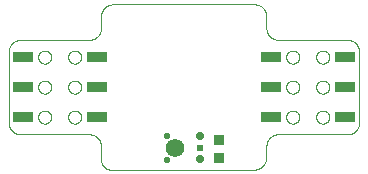
<source format=gbp>
G75*
%MOIN*%
%OFA0B0*%
%FSLAX25Y25*%
%IPPOS*%
%LPD*%
%AMOC8*
5,1,8,0,0,1.08239X$1,22.5*
%
%ADD10C,0.00000*%
%ADD11R,0.07087X0.03543*%
%ADD12C,0.02846*%
%ADD13C,0.02409*%
%ADD14C,0.02213*%
%ADD15C,0.06142*%
%ADD16C,0.00004*%
%ADD17R,0.03543X0.03543*%
D10*
X0045791Y0032012D02*
X0045915Y0032010D01*
X0046038Y0032004D01*
X0046162Y0031995D01*
X0046284Y0031981D01*
X0046407Y0031964D01*
X0046529Y0031942D01*
X0046650Y0031917D01*
X0046770Y0031888D01*
X0046889Y0031856D01*
X0047008Y0031819D01*
X0047125Y0031779D01*
X0047240Y0031736D01*
X0047355Y0031688D01*
X0047467Y0031637D01*
X0047578Y0031583D01*
X0047688Y0031525D01*
X0047795Y0031464D01*
X0047901Y0031399D01*
X0048004Y0031331D01*
X0048105Y0031260D01*
X0048204Y0031186D01*
X0048301Y0031109D01*
X0048395Y0031028D01*
X0048486Y0030945D01*
X0048575Y0030859D01*
X0048661Y0030770D01*
X0048744Y0030679D01*
X0048825Y0030585D01*
X0048902Y0030488D01*
X0048976Y0030389D01*
X0049047Y0030288D01*
X0049115Y0030185D01*
X0049180Y0030079D01*
X0049241Y0029972D01*
X0049299Y0029862D01*
X0049353Y0029751D01*
X0049404Y0029639D01*
X0049452Y0029524D01*
X0049495Y0029409D01*
X0049535Y0029292D01*
X0049572Y0029173D01*
X0049604Y0029054D01*
X0049633Y0028934D01*
X0049658Y0028813D01*
X0049680Y0028691D01*
X0049697Y0028568D01*
X0049711Y0028446D01*
X0049720Y0028322D01*
X0049726Y0028199D01*
X0049728Y0028075D01*
X0049728Y0024138D01*
X0049713Y0024023D01*
X0049703Y0023907D01*
X0049696Y0023791D01*
X0049693Y0023675D01*
X0049694Y0023558D01*
X0049699Y0023442D01*
X0049708Y0023326D01*
X0049720Y0023211D01*
X0049737Y0023095D01*
X0049757Y0022981D01*
X0049781Y0022867D01*
X0049809Y0022754D01*
X0049841Y0022642D01*
X0049876Y0022532D01*
X0049915Y0022422D01*
X0049958Y0022314D01*
X0050004Y0022207D01*
X0050054Y0022102D01*
X0050108Y0021999D01*
X0050164Y0021897D01*
X0050224Y0021798D01*
X0050288Y0021700D01*
X0050354Y0021605D01*
X0050424Y0021512D01*
X0050497Y0021421D01*
X0050573Y0021333D01*
X0050652Y0021247D01*
X0050733Y0021164D01*
X0050818Y0021084D01*
X0050904Y0021007D01*
X0050994Y0020933D01*
X0051086Y0020861D01*
X0051180Y0020793D01*
X0051276Y0020728D01*
X0051375Y0020666D01*
X0051476Y0020608D01*
X0051578Y0020553D01*
X0051682Y0020501D01*
X0051788Y0020453D01*
X0051896Y0020409D01*
X0052005Y0020368D01*
X0052115Y0020331D01*
X0052226Y0020297D01*
X0052338Y0020268D01*
X0052452Y0020242D01*
X0052566Y0020219D01*
X0052681Y0020201D01*
X0099925Y0020201D01*
X0100056Y0020189D01*
X0100188Y0020180D01*
X0100320Y0020175D01*
X0100452Y0020174D01*
X0100584Y0020177D01*
X0100716Y0020184D01*
X0100848Y0020195D01*
X0100979Y0020210D01*
X0101110Y0020228D01*
X0101240Y0020251D01*
X0101369Y0020277D01*
X0101498Y0020307D01*
X0101625Y0020341D01*
X0101752Y0020379D01*
X0101877Y0020420D01*
X0102002Y0020465D01*
X0102124Y0020514D01*
X0102245Y0020566D01*
X0102365Y0020622D01*
X0102483Y0020682D01*
X0102599Y0020745D01*
X0102713Y0020811D01*
X0102825Y0020881D01*
X0102935Y0020954D01*
X0103043Y0021030D01*
X0103149Y0021110D01*
X0103252Y0021192D01*
X0103353Y0021278D01*
X0103451Y0021366D01*
X0103546Y0021457D01*
X0103639Y0021552D01*
X0103728Y0021648D01*
X0103815Y0021748D01*
X0103899Y0021850D01*
X0103980Y0021954D01*
X0104058Y0022061D01*
X0104132Y0022170D01*
X0104204Y0022281D01*
X0104272Y0022394D01*
X0104336Y0022510D01*
X0104397Y0022627D01*
X0104455Y0022745D01*
X0104509Y0022866D01*
X0104559Y0022988D01*
X0104606Y0023111D01*
X0104649Y0023236D01*
X0104689Y0023362D01*
X0104725Y0023489D01*
X0104756Y0023618D01*
X0104785Y0023747D01*
X0104809Y0023876D01*
X0104829Y0024007D01*
X0104846Y0024138D01*
X0104846Y0028075D01*
X0104848Y0028199D01*
X0104854Y0028322D01*
X0104863Y0028446D01*
X0104877Y0028568D01*
X0104894Y0028691D01*
X0104916Y0028813D01*
X0104941Y0028934D01*
X0104970Y0029054D01*
X0105002Y0029173D01*
X0105039Y0029292D01*
X0105079Y0029409D01*
X0105122Y0029524D01*
X0105170Y0029639D01*
X0105221Y0029751D01*
X0105275Y0029862D01*
X0105333Y0029972D01*
X0105394Y0030079D01*
X0105459Y0030185D01*
X0105527Y0030288D01*
X0105598Y0030389D01*
X0105672Y0030488D01*
X0105749Y0030585D01*
X0105830Y0030679D01*
X0105913Y0030770D01*
X0105999Y0030859D01*
X0106088Y0030945D01*
X0106179Y0031028D01*
X0106273Y0031109D01*
X0106370Y0031186D01*
X0106469Y0031260D01*
X0106570Y0031331D01*
X0106673Y0031399D01*
X0106779Y0031464D01*
X0106886Y0031525D01*
X0106996Y0031583D01*
X0107107Y0031637D01*
X0107219Y0031688D01*
X0107334Y0031736D01*
X0107449Y0031779D01*
X0107566Y0031819D01*
X0107685Y0031856D01*
X0107804Y0031888D01*
X0107924Y0031917D01*
X0108045Y0031942D01*
X0108167Y0031964D01*
X0108290Y0031981D01*
X0108412Y0031995D01*
X0108536Y0032004D01*
X0108659Y0032010D01*
X0108783Y0032012D01*
X0131815Y0032012D01*
X0131939Y0032014D01*
X0132062Y0032020D01*
X0132186Y0032029D01*
X0132308Y0032043D01*
X0132431Y0032060D01*
X0132553Y0032082D01*
X0132674Y0032107D01*
X0132794Y0032136D01*
X0132913Y0032168D01*
X0133032Y0032205D01*
X0133149Y0032245D01*
X0133264Y0032288D01*
X0133379Y0032336D01*
X0133491Y0032387D01*
X0133602Y0032441D01*
X0133712Y0032499D01*
X0133819Y0032560D01*
X0133925Y0032625D01*
X0134028Y0032693D01*
X0134129Y0032764D01*
X0134228Y0032838D01*
X0134325Y0032915D01*
X0134419Y0032996D01*
X0134510Y0033079D01*
X0134599Y0033165D01*
X0134685Y0033254D01*
X0134768Y0033345D01*
X0134849Y0033439D01*
X0134926Y0033536D01*
X0135000Y0033635D01*
X0135071Y0033736D01*
X0135139Y0033839D01*
X0135204Y0033945D01*
X0135265Y0034052D01*
X0135323Y0034162D01*
X0135377Y0034273D01*
X0135428Y0034385D01*
X0135476Y0034500D01*
X0135519Y0034615D01*
X0135559Y0034732D01*
X0135596Y0034851D01*
X0135628Y0034970D01*
X0135657Y0035090D01*
X0135682Y0035211D01*
X0135704Y0035333D01*
X0135721Y0035456D01*
X0135735Y0035578D01*
X0135744Y0035702D01*
X0135750Y0035825D01*
X0135752Y0035949D01*
X0135752Y0059571D01*
X0135750Y0059695D01*
X0135744Y0059818D01*
X0135735Y0059942D01*
X0135721Y0060064D01*
X0135704Y0060187D01*
X0135682Y0060309D01*
X0135657Y0060430D01*
X0135628Y0060550D01*
X0135596Y0060669D01*
X0135559Y0060788D01*
X0135519Y0060905D01*
X0135476Y0061020D01*
X0135428Y0061135D01*
X0135377Y0061247D01*
X0135323Y0061358D01*
X0135265Y0061468D01*
X0135204Y0061575D01*
X0135139Y0061681D01*
X0135071Y0061784D01*
X0135000Y0061885D01*
X0134926Y0061984D01*
X0134849Y0062081D01*
X0134768Y0062175D01*
X0134685Y0062266D01*
X0134599Y0062355D01*
X0134510Y0062441D01*
X0134419Y0062524D01*
X0134325Y0062605D01*
X0134228Y0062682D01*
X0134129Y0062756D01*
X0134028Y0062827D01*
X0133925Y0062895D01*
X0133819Y0062960D01*
X0133712Y0063021D01*
X0133602Y0063079D01*
X0133491Y0063133D01*
X0133379Y0063184D01*
X0133264Y0063232D01*
X0133149Y0063275D01*
X0133032Y0063315D01*
X0132913Y0063352D01*
X0132794Y0063384D01*
X0132674Y0063413D01*
X0132553Y0063438D01*
X0132431Y0063460D01*
X0132308Y0063477D01*
X0132186Y0063491D01*
X0132062Y0063500D01*
X0131939Y0063506D01*
X0131815Y0063508D01*
X0108783Y0063508D01*
X0108659Y0063510D01*
X0108536Y0063516D01*
X0108412Y0063525D01*
X0108290Y0063539D01*
X0108167Y0063556D01*
X0108045Y0063578D01*
X0107924Y0063603D01*
X0107804Y0063632D01*
X0107685Y0063664D01*
X0107566Y0063701D01*
X0107449Y0063741D01*
X0107334Y0063784D01*
X0107219Y0063832D01*
X0107107Y0063883D01*
X0106996Y0063937D01*
X0106886Y0063995D01*
X0106779Y0064056D01*
X0106673Y0064121D01*
X0106570Y0064189D01*
X0106469Y0064260D01*
X0106370Y0064334D01*
X0106273Y0064411D01*
X0106179Y0064492D01*
X0106088Y0064575D01*
X0105999Y0064661D01*
X0105913Y0064750D01*
X0105830Y0064841D01*
X0105749Y0064935D01*
X0105672Y0065032D01*
X0105598Y0065131D01*
X0105527Y0065232D01*
X0105459Y0065335D01*
X0105394Y0065441D01*
X0105333Y0065548D01*
X0105275Y0065658D01*
X0105221Y0065769D01*
X0105170Y0065881D01*
X0105122Y0065996D01*
X0105079Y0066111D01*
X0105039Y0066228D01*
X0105002Y0066347D01*
X0104970Y0066466D01*
X0104941Y0066586D01*
X0104916Y0066707D01*
X0104894Y0066829D01*
X0104877Y0066952D01*
X0104863Y0067074D01*
X0104854Y0067198D01*
X0104848Y0067321D01*
X0104846Y0067445D01*
X0104846Y0071382D01*
X0104844Y0071506D01*
X0104838Y0071629D01*
X0104829Y0071753D01*
X0104815Y0071875D01*
X0104798Y0071998D01*
X0104776Y0072120D01*
X0104751Y0072241D01*
X0104722Y0072361D01*
X0104690Y0072480D01*
X0104653Y0072599D01*
X0104613Y0072716D01*
X0104570Y0072831D01*
X0104522Y0072946D01*
X0104471Y0073058D01*
X0104417Y0073169D01*
X0104359Y0073279D01*
X0104298Y0073386D01*
X0104233Y0073492D01*
X0104165Y0073595D01*
X0104094Y0073696D01*
X0104020Y0073795D01*
X0103943Y0073892D01*
X0103862Y0073986D01*
X0103779Y0074077D01*
X0103693Y0074166D01*
X0103604Y0074252D01*
X0103513Y0074335D01*
X0103419Y0074416D01*
X0103322Y0074493D01*
X0103223Y0074567D01*
X0103122Y0074638D01*
X0103019Y0074706D01*
X0102913Y0074771D01*
X0102806Y0074832D01*
X0102696Y0074890D01*
X0102585Y0074944D01*
X0102473Y0074995D01*
X0102358Y0075043D01*
X0102243Y0075086D01*
X0102126Y0075126D01*
X0102007Y0075163D01*
X0101888Y0075195D01*
X0101768Y0075224D01*
X0101647Y0075249D01*
X0101525Y0075271D01*
X0101402Y0075288D01*
X0101280Y0075302D01*
X0101156Y0075311D01*
X0101033Y0075317D01*
X0100909Y0075319D01*
X0053665Y0075319D01*
X0053541Y0075317D01*
X0053418Y0075311D01*
X0053294Y0075302D01*
X0053172Y0075288D01*
X0053049Y0075271D01*
X0052927Y0075249D01*
X0052806Y0075224D01*
X0052686Y0075195D01*
X0052567Y0075163D01*
X0052448Y0075126D01*
X0052331Y0075086D01*
X0052216Y0075043D01*
X0052101Y0074995D01*
X0051989Y0074944D01*
X0051878Y0074890D01*
X0051768Y0074832D01*
X0051661Y0074771D01*
X0051555Y0074706D01*
X0051452Y0074638D01*
X0051351Y0074567D01*
X0051252Y0074493D01*
X0051155Y0074416D01*
X0051061Y0074335D01*
X0050970Y0074252D01*
X0050881Y0074166D01*
X0050795Y0074077D01*
X0050712Y0073986D01*
X0050631Y0073892D01*
X0050554Y0073795D01*
X0050480Y0073696D01*
X0050409Y0073595D01*
X0050341Y0073492D01*
X0050276Y0073386D01*
X0050215Y0073279D01*
X0050157Y0073169D01*
X0050103Y0073058D01*
X0050052Y0072946D01*
X0050004Y0072831D01*
X0049961Y0072716D01*
X0049921Y0072599D01*
X0049884Y0072480D01*
X0049852Y0072361D01*
X0049823Y0072241D01*
X0049798Y0072120D01*
X0049776Y0071998D01*
X0049759Y0071875D01*
X0049745Y0071753D01*
X0049736Y0071629D01*
X0049730Y0071506D01*
X0049728Y0071382D01*
X0049728Y0067445D01*
X0049726Y0067321D01*
X0049720Y0067198D01*
X0049711Y0067074D01*
X0049697Y0066952D01*
X0049680Y0066829D01*
X0049658Y0066707D01*
X0049633Y0066586D01*
X0049604Y0066466D01*
X0049572Y0066347D01*
X0049535Y0066228D01*
X0049495Y0066111D01*
X0049452Y0065996D01*
X0049404Y0065881D01*
X0049353Y0065769D01*
X0049299Y0065658D01*
X0049241Y0065548D01*
X0049180Y0065441D01*
X0049115Y0065335D01*
X0049047Y0065232D01*
X0048976Y0065131D01*
X0048902Y0065032D01*
X0048825Y0064935D01*
X0048744Y0064841D01*
X0048661Y0064750D01*
X0048575Y0064661D01*
X0048486Y0064575D01*
X0048395Y0064492D01*
X0048301Y0064411D01*
X0048204Y0064334D01*
X0048105Y0064260D01*
X0048004Y0064189D01*
X0047901Y0064121D01*
X0047795Y0064056D01*
X0047688Y0063995D01*
X0047578Y0063937D01*
X0047467Y0063883D01*
X0047355Y0063832D01*
X0047240Y0063784D01*
X0047125Y0063741D01*
X0047008Y0063701D01*
X0046889Y0063664D01*
X0046770Y0063632D01*
X0046650Y0063603D01*
X0046529Y0063578D01*
X0046407Y0063556D01*
X0046284Y0063539D01*
X0046162Y0063525D01*
X0046038Y0063516D01*
X0045915Y0063510D01*
X0045791Y0063508D01*
X0022898Y0063508D01*
X0022774Y0063506D01*
X0022651Y0063500D01*
X0022527Y0063491D01*
X0022405Y0063477D01*
X0022282Y0063460D01*
X0022160Y0063438D01*
X0022039Y0063413D01*
X0021919Y0063384D01*
X0021800Y0063352D01*
X0021681Y0063315D01*
X0021564Y0063275D01*
X0021449Y0063232D01*
X0021334Y0063184D01*
X0021222Y0063133D01*
X0021111Y0063079D01*
X0021001Y0063021D01*
X0020894Y0062960D01*
X0020788Y0062895D01*
X0020685Y0062827D01*
X0020584Y0062756D01*
X0020485Y0062682D01*
X0020388Y0062605D01*
X0020294Y0062524D01*
X0020203Y0062441D01*
X0020114Y0062355D01*
X0020028Y0062266D01*
X0019945Y0062175D01*
X0019864Y0062081D01*
X0019787Y0061984D01*
X0019713Y0061885D01*
X0019642Y0061784D01*
X0019574Y0061681D01*
X0019509Y0061575D01*
X0019448Y0061468D01*
X0019390Y0061358D01*
X0019336Y0061247D01*
X0019285Y0061135D01*
X0019237Y0061020D01*
X0019194Y0060905D01*
X0019154Y0060788D01*
X0019117Y0060669D01*
X0019085Y0060550D01*
X0019056Y0060430D01*
X0019031Y0060309D01*
X0019009Y0060187D01*
X0018992Y0060064D01*
X0018978Y0059942D01*
X0018969Y0059818D01*
X0018963Y0059695D01*
X0018961Y0059571D01*
X0018961Y0035949D01*
X0018963Y0035825D01*
X0018969Y0035702D01*
X0018978Y0035578D01*
X0018992Y0035456D01*
X0019009Y0035333D01*
X0019031Y0035211D01*
X0019056Y0035090D01*
X0019085Y0034970D01*
X0019117Y0034851D01*
X0019154Y0034732D01*
X0019194Y0034615D01*
X0019237Y0034500D01*
X0019285Y0034385D01*
X0019336Y0034273D01*
X0019390Y0034162D01*
X0019448Y0034052D01*
X0019509Y0033945D01*
X0019574Y0033839D01*
X0019642Y0033736D01*
X0019713Y0033635D01*
X0019787Y0033536D01*
X0019864Y0033439D01*
X0019945Y0033345D01*
X0020028Y0033254D01*
X0020114Y0033165D01*
X0020203Y0033079D01*
X0020294Y0032996D01*
X0020388Y0032915D01*
X0020485Y0032838D01*
X0020584Y0032764D01*
X0020685Y0032693D01*
X0020788Y0032625D01*
X0020894Y0032560D01*
X0021001Y0032499D01*
X0021111Y0032441D01*
X0021222Y0032387D01*
X0021334Y0032336D01*
X0021449Y0032288D01*
X0021564Y0032245D01*
X0021681Y0032205D01*
X0021800Y0032168D01*
X0021919Y0032136D01*
X0022039Y0032107D01*
X0022160Y0032082D01*
X0022282Y0032060D01*
X0022405Y0032043D01*
X0022527Y0032029D01*
X0022651Y0032020D01*
X0022774Y0032014D01*
X0022898Y0032012D01*
X0045791Y0032012D01*
X0038784Y0037760D02*
X0038786Y0037853D01*
X0038792Y0037945D01*
X0038802Y0038037D01*
X0038816Y0038128D01*
X0038833Y0038219D01*
X0038855Y0038309D01*
X0038880Y0038398D01*
X0038909Y0038486D01*
X0038942Y0038572D01*
X0038979Y0038657D01*
X0039019Y0038741D01*
X0039063Y0038822D01*
X0039110Y0038902D01*
X0039160Y0038980D01*
X0039214Y0039055D01*
X0039271Y0039128D01*
X0039331Y0039198D01*
X0039394Y0039266D01*
X0039460Y0039331D01*
X0039528Y0039393D01*
X0039599Y0039453D01*
X0039673Y0039509D01*
X0039749Y0039562D01*
X0039827Y0039611D01*
X0039907Y0039658D01*
X0039989Y0039700D01*
X0040073Y0039740D01*
X0040158Y0039775D01*
X0040245Y0039807D01*
X0040333Y0039836D01*
X0040422Y0039860D01*
X0040512Y0039881D01*
X0040603Y0039897D01*
X0040695Y0039910D01*
X0040787Y0039919D01*
X0040880Y0039924D01*
X0040972Y0039925D01*
X0041065Y0039922D01*
X0041157Y0039915D01*
X0041249Y0039904D01*
X0041340Y0039889D01*
X0041431Y0039871D01*
X0041521Y0039848D01*
X0041609Y0039822D01*
X0041697Y0039792D01*
X0041783Y0039758D01*
X0041867Y0039721D01*
X0041950Y0039679D01*
X0042031Y0039635D01*
X0042111Y0039587D01*
X0042188Y0039536D01*
X0042262Y0039481D01*
X0042335Y0039423D01*
X0042405Y0039363D01*
X0042472Y0039299D01*
X0042536Y0039233D01*
X0042598Y0039163D01*
X0042656Y0039092D01*
X0042711Y0039018D01*
X0042763Y0038941D01*
X0042812Y0038862D01*
X0042858Y0038782D01*
X0042900Y0038699D01*
X0042938Y0038615D01*
X0042973Y0038529D01*
X0043004Y0038442D01*
X0043031Y0038354D01*
X0043054Y0038264D01*
X0043074Y0038174D01*
X0043090Y0038083D01*
X0043102Y0037991D01*
X0043110Y0037899D01*
X0043114Y0037806D01*
X0043114Y0037714D01*
X0043110Y0037621D01*
X0043102Y0037529D01*
X0043090Y0037437D01*
X0043074Y0037346D01*
X0043054Y0037256D01*
X0043031Y0037166D01*
X0043004Y0037078D01*
X0042973Y0036991D01*
X0042938Y0036905D01*
X0042900Y0036821D01*
X0042858Y0036738D01*
X0042812Y0036658D01*
X0042763Y0036579D01*
X0042711Y0036502D01*
X0042656Y0036428D01*
X0042598Y0036357D01*
X0042536Y0036287D01*
X0042472Y0036221D01*
X0042405Y0036157D01*
X0042335Y0036097D01*
X0042262Y0036039D01*
X0042188Y0035984D01*
X0042111Y0035933D01*
X0042032Y0035885D01*
X0041950Y0035841D01*
X0041867Y0035799D01*
X0041783Y0035762D01*
X0041697Y0035728D01*
X0041609Y0035698D01*
X0041521Y0035672D01*
X0041431Y0035649D01*
X0041340Y0035631D01*
X0041249Y0035616D01*
X0041157Y0035605D01*
X0041065Y0035598D01*
X0040972Y0035595D01*
X0040880Y0035596D01*
X0040787Y0035601D01*
X0040695Y0035610D01*
X0040603Y0035623D01*
X0040512Y0035639D01*
X0040422Y0035660D01*
X0040333Y0035684D01*
X0040245Y0035713D01*
X0040158Y0035745D01*
X0040073Y0035780D01*
X0039989Y0035820D01*
X0039907Y0035862D01*
X0039827Y0035909D01*
X0039749Y0035958D01*
X0039673Y0036011D01*
X0039599Y0036067D01*
X0039528Y0036127D01*
X0039460Y0036189D01*
X0039394Y0036254D01*
X0039331Y0036322D01*
X0039271Y0036392D01*
X0039214Y0036465D01*
X0039160Y0036540D01*
X0039110Y0036618D01*
X0039063Y0036698D01*
X0039019Y0036779D01*
X0038979Y0036863D01*
X0038942Y0036948D01*
X0038909Y0037034D01*
X0038880Y0037122D01*
X0038855Y0037211D01*
X0038833Y0037301D01*
X0038816Y0037392D01*
X0038802Y0037483D01*
X0038792Y0037575D01*
X0038786Y0037667D01*
X0038784Y0037760D01*
X0028784Y0037760D02*
X0028786Y0037853D01*
X0028792Y0037945D01*
X0028802Y0038037D01*
X0028816Y0038128D01*
X0028833Y0038219D01*
X0028855Y0038309D01*
X0028880Y0038398D01*
X0028909Y0038486D01*
X0028942Y0038572D01*
X0028979Y0038657D01*
X0029019Y0038741D01*
X0029063Y0038822D01*
X0029110Y0038902D01*
X0029160Y0038980D01*
X0029214Y0039055D01*
X0029271Y0039128D01*
X0029331Y0039198D01*
X0029394Y0039266D01*
X0029460Y0039331D01*
X0029528Y0039393D01*
X0029599Y0039453D01*
X0029673Y0039509D01*
X0029749Y0039562D01*
X0029827Y0039611D01*
X0029907Y0039658D01*
X0029989Y0039700D01*
X0030073Y0039740D01*
X0030158Y0039775D01*
X0030245Y0039807D01*
X0030333Y0039836D01*
X0030422Y0039860D01*
X0030512Y0039881D01*
X0030603Y0039897D01*
X0030695Y0039910D01*
X0030787Y0039919D01*
X0030880Y0039924D01*
X0030972Y0039925D01*
X0031065Y0039922D01*
X0031157Y0039915D01*
X0031249Y0039904D01*
X0031340Y0039889D01*
X0031431Y0039871D01*
X0031521Y0039848D01*
X0031609Y0039822D01*
X0031697Y0039792D01*
X0031783Y0039758D01*
X0031867Y0039721D01*
X0031950Y0039679D01*
X0032031Y0039635D01*
X0032111Y0039587D01*
X0032188Y0039536D01*
X0032262Y0039481D01*
X0032335Y0039423D01*
X0032405Y0039363D01*
X0032472Y0039299D01*
X0032536Y0039233D01*
X0032598Y0039163D01*
X0032656Y0039092D01*
X0032711Y0039018D01*
X0032763Y0038941D01*
X0032812Y0038862D01*
X0032858Y0038782D01*
X0032900Y0038699D01*
X0032938Y0038615D01*
X0032973Y0038529D01*
X0033004Y0038442D01*
X0033031Y0038354D01*
X0033054Y0038264D01*
X0033074Y0038174D01*
X0033090Y0038083D01*
X0033102Y0037991D01*
X0033110Y0037899D01*
X0033114Y0037806D01*
X0033114Y0037714D01*
X0033110Y0037621D01*
X0033102Y0037529D01*
X0033090Y0037437D01*
X0033074Y0037346D01*
X0033054Y0037256D01*
X0033031Y0037166D01*
X0033004Y0037078D01*
X0032973Y0036991D01*
X0032938Y0036905D01*
X0032900Y0036821D01*
X0032858Y0036738D01*
X0032812Y0036658D01*
X0032763Y0036579D01*
X0032711Y0036502D01*
X0032656Y0036428D01*
X0032598Y0036357D01*
X0032536Y0036287D01*
X0032472Y0036221D01*
X0032405Y0036157D01*
X0032335Y0036097D01*
X0032262Y0036039D01*
X0032188Y0035984D01*
X0032111Y0035933D01*
X0032032Y0035885D01*
X0031950Y0035841D01*
X0031867Y0035799D01*
X0031783Y0035762D01*
X0031697Y0035728D01*
X0031609Y0035698D01*
X0031521Y0035672D01*
X0031431Y0035649D01*
X0031340Y0035631D01*
X0031249Y0035616D01*
X0031157Y0035605D01*
X0031065Y0035598D01*
X0030972Y0035595D01*
X0030880Y0035596D01*
X0030787Y0035601D01*
X0030695Y0035610D01*
X0030603Y0035623D01*
X0030512Y0035639D01*
X0030422Y0035660D01*
X0030333Y0035684D01*
X0030245Y0035713D01*
X0030158Y0035745D01*
X0030073Y0035780D01*
X0029989Y0035820D01*
X0029907Y0035862D01*
X0029827Y0035909D01*
X0029749Y0035958D01*
X0029673Y0036011D01*
X0029599Y0036067D01*
X0029528Y0036127D01*
X0029460Y0036189D01*
X0029394Y0036254D01*
X0029331Y0036322D01*
X0029271Y0036392D01*
X0029214Y0036465D01*
X0029160Y0036540D01*
X0029110Y0036618D01*
X0029063Y0036698D01*
X0029019Y0036779D01*
X0028979Y0036863D01*
X0028942Y0036948D01*
X0028909Y0037034D01*
X0028880Y0037122D01*
X0028855Y0037211D01*
X0028833Y0037301D01*
X0028816Y0037392D01*
X0028802Y0037483D01*
X0028792Y0037575D01*
X0028786Y0037667D01*
X0028784Y0037760D01*
X0028784Y0047760D02*
X0028786Y0047853D01*
X0028792Y0047945D01*
X0028802Y0048037D01*
X0028816Y0048128D01*
X0028833Y0048219D01*
X0028855Y0048309D01*
X0028880Y0048398D01*
X0028909Y0048486D01*
X0028942Y0048572D01*
X0028979Y0048657D01*
X0029019Y0048741D01*
X0029063Y0048822D01*
X0029110Y0048902D01*
X0029160Y0048980D01*
X0029214Y0049055D01*
X0029271Y0049128D01*
X0029331Y0049198D01*
X0029394Y0049266D01*
X0029460Y0049331D01*
X0029528Y0049393D01*
X0029599Y0049453D01*
X0029673Y0049509D01*
X0029749Y0049562D01*
X0029827Y0049611D01*
X0029907Y0049658D01*
X0029989Y0049700D01*
X0030073Y0049740D01*
X0030158Y0049775D01*
X0030245Y0049807D01*
X0030333Y0049836D01*
X0030422Y0049860D01*
X0030512Y0049881D01*
X0030603Y0049897D01*
X0030695Y0049910D01*
X0030787Y0049919D01*
X0030880Y0049924D01*
X0030972Y0049925D01*
X0031065Y0049922D01*
X0031157Y0049915D01*
X0031249Y0049904D01*
X0031340Y0049889D01*
X0031431Y0049871D01*
X0031521Y0049848D01*
X0031609Y0049822D01*
X0031697Y0049792D01*
X0031783Y0049758D01*
X0031867Y0049721D01*
X0031950Y0049679D01*
X0032031Y0049635D01*
X0032111Y0049587D01*
X0032188Y0049536D01*
X0032262Y0049481D01*
X0032335Y0049423D01*
X0032405Y0049363D01*
X0032472Y0049299D01*
X0032536Y0049233D01*
X0032598Y0049163D01*
X0032656Y0049092D01*
X0032711Y0049018D01*
X0032763Y0048941D01*
X0032812Y0048862D01*
X0032858Y0048782D01*
X0032900Y0048699D01*
X0032938Y0048615D01*
X0032973Y0048529D01*
X0033004Y0048442D01*
X0033031Y0048354D01*
X0033054Y0048264D01*
X0033074Y0048174D01*
X0033090Y0048083D01*
X0033102Y0047991D01*
X0033110Y0047899D01*
X0033114Y0047806D01*
X0033114Y0047714D01*
X0033110Y0047621D01*
X0033102Y0047529D01*
X0033090Y0047437D01*
X0033074Y0047346D01*
X0033054Y0047256D01*
X0033031Y0047166D01*
X0033004Y0047078D01*
X0032973Y0046991D01*
X0032938Y0046905D01*
X0032900Y0046821D01*
X0032858Y0046738D01*
X0032812Y0046658D01*
X0032763Y0046579D01*
X0032711Y0046502D01*
X0032656Y0046428D01*
X0032598Y0046357D01*
X0032536Y0046287D01*
X0032472Y0046221D01*
X0032405Y0046157D01*
X0032335Y0046097D01*
X0032262Y0046039D01*
X0032188Y0045984D01*
X0032111Y0045933D01*
X0032032Y0045885D01*
X0031950Y0045841D01*
X0031867Y0045799D01*
X0031783Y0045762D01*
X0031697Y0045728D01*
X0031609Y0045698D01*
X0031521Y0045672D01*
X0031431Y0045649D01*
X0031340Y0045631D01*
X0031249Y0045616D01*
X0031157Y0045605D01*
X0031065Y0045598D01*
X0030972Y0045595D01*
X0030880Y0045596D01*
X0030787Y0045601D01*
X0030695Y0045610D01*
X0030603Y0045623D01*
X0030512Y0045639D01*
X0030422Y0045660D01*
X0030333Y0045684D01*
X0030245Y0045713D01*
X0030158Y0045745D01*
X0030073Y0045780D01*
X0029989Y0045820D01*
X0029907Y0045862D01*
X0029827Y0045909D01*
X0029749Y0045958D01*
X0029673Y0046011D01*
X0029599Y0046067D01*
X0029528Y0046127D01*
X0029460Y0046189D01*
X0029394Y0046254D01*
X0029331Y0046322D01*
X0029271Y0046392D01*
X0029214Y0046465D01*
X0029160Y0046540D01*
X0029110Y0046618D01*
X0029063Y0046698D01*
X0029019Y0046779D01*
X0028979Y0046863D01*
X0028942Y0046948D01*
X0028909Y0047034D01*
X0028880Y0047122D01*
X0028855Y0047211D01*
X0028833Y0047301D01*
X0028816Y0047392D01*
X0028802Y0047483D01*
X0028792Y0047575D01*
X0028786Y0047667D01*
X0028784Y0047760D01*
X0038784Y0047760D02*
X0038786Y0047853D01*
X0038792Y0047945D01*
X0038802Y0048037D01*
X0038816Y0048128D01*
X0038833Y0048219D01*
X0038855Y0048309D01*
X0038880Y0048398D01*
X0038909Y0048486D01*
X0038942Y0048572D01*
X0038979Y0048657D01*
X0039019Y0048741D01*
X0039063Y0048822D01*
X0039110Y0048902D01*
X0039160Y0048980D01*
X0039214Y0049055D01*
X0039271Y0049128D01*
X0039331Y0049198D01*
X0039394Y0049266D01*
X0039460Y0049331D01*
X0039528Y0049393D01*
X0039599Y0049453D01*
X0039673Y0049509D01*
X0039749Y0049562D01*
X0039827Y0049611D01*
X0039907Y0049658D01*
X0039989Y0049700D01*
X0040073Y0049740D01*
X0040158Y0049775D01*
X0040245Y0049807D01*
X0040333Y0049836D01*
X0040422Y0049860D01*
X0040512Y0049881D01*
X0040603Y0049897D01*
X0040695Y0049910D01*
X0040787Y0049919D01*
X0040880Y0049924D01*
X0040972Y0049925D01*
X0041065Y0049922D01*
X0041157Y0049915D01*
X0041249Y0049904D01*
X0041340Y0049889D01*
X0041431Y0049871D01*
X0041521Y0049848D01*
X0041609Y0049822D01*
X0041697Y0049792D01*
X0041783Y0049758D01*
X0041867Y0049721D01*
X0041950Y0049679D01*
X0042031Y0049635D01*
X0042111Y0049587D01*
X0042188Y0049536D01*
X0042262Y0049481D01*
X0042335Y0049423D01*
X0042405Y0049363D01*
X0042472Y0049299D01*
X0042536Y0049233D01*
X0042598Y0049163D01*
X0042656Y0049092D01*
X0042711Y0049018D01*
X0042763Y0048941D01*
X0042812Y0048862D01*
X0042858Y0048782D01*
X0042900Y0048699D01*
X0042938Y0048615D01*
X0042973Y0048529D01*
X0043004Y0048442D01*
X0043031Y0048354D01*
X0043054Y0048264D01*
X0043074Y0048174D01*
X0043090Y0048083D01*
X0043102Y0047991D01*
X0043110Y0047899D01*
X0043114Y0047806D01*
X0043114Y0047714D01*
X0043110Y0047621D01*
X0043102Y0047529D01*
X0043090Y0047437D01*
X0043074Y0047346D01*
X0043054Y0047256D01*
X0043031Y0047166D01*
X0043004Y0047078D01*
X0042973Y0046991D01*
X0042938Y0046905D01*
X0042900Y0046821D01*
X0042858Y0046738D01*
X0042812Y0046658D01*
X0042763Y0046579D01*
X0042711Y0046502D01*
X0042656Y0046428D01*
X0042598Y0046357D01*
X0042536Y0046287D01*
X0042472Y0046221D01*
X0042405Y0046157D01*
X0042335Y0046097D01*
X0042262Y0046039D01*
X0042188Y0045984D01*
X0042111Y0045933D01*
X0042032Y0045885D01*
X0041950Y0045841D01*
X0041867Y0045799D01*
X0041783Y0045762D01*
X0041697Y0045728D01*
X0041609Y0045698D01*
X0041521Y0045672D01*
X0041431Y0045649D01*
X0041340Y0045631D01*
X0041249Y0045616D01*
X0041157Y0045605D01*
X0041065Y0045598D01*
X0040972Y0045595D01*
X0040880Y0045596D01*
X0040787Y0045601D01*
X0040695Y0045610D01*
X0040603Y0045623D01*
X0040512Y0045639D01*
X0040422Y0045660D01*
X0040333Y0045684D01*
X0040245Y0045713D01*
X0040158Y0045745D01*
X0040073Y0045780D01*
X0039989Y0045820D01*
X0039907Y0045862D01*
X0039827Y0045909D01*
X0039749Y0045958D01*
X0039673Y0046011D01*
X0039599Y0046067D01*
X0039528Y0046127D01*
X0039460Y0046189D01*
X0039394Y0046254D01*
X0039331Y0046322D01*
X0039271Y0046392D01*
X0039214Y0046465D01*
X0039160Y0046540D01*
X0039110Y0046618D01*
X0039063Y0046698D01*
X0039019Y0046779D01*
X0038979Y0046863D01*
X0038942Y0046948D01*
X0038909Y0047034D01*
X0038880Y0047122D01*
X0038855Y0047211D01*
X0038833Y0047301D01*
X0038816Y0047392D01*
X0038802Y0047483D01*
X0038792Y0047575D01*
X0038786Y0047667D01*
X0038784Y0047760D01*
X0038784Y0057760D02*
X0038786Y0057853D01*
X0038792Y0057945D01*
X0038802Y0058037D01*
X0038816Y0058128D01*
X0038833Y0058219D01*
X0038855Y0058309D01*
X0038880Y0058398D01*
X0038909Y0058486D01*
X0038942Y0058572D01*
X0038979Y0058657D01*
X0039019Y0058741D01*
X0039063Y0058822D01*
X0039110Y0058902D01*
X0039160Y0058980D01*
X0039214Y0059055D01*
X0039271Y0059128D01*
X0039331Y0059198D01*
X0039394Y0059266D01*
X0039460Y0059331D01*
X0039528Y0059393D01*
X0039599Y0059453D01*
X0039673Y0059509D01*
X0039749Y0059562D01*
X0039827Y0059611D01*
X0039907Y0059658D01*
X0039989Y0059700D01*
X0040073Y0059740D01*
X0040158Y0059775D01*
X0040245Y0059807D01*
X0040333Y0059836D01*
X0040422Y0059860D01*
X0040512Y0059881D01*
X0040603Y0059897D01*
X0040695Y0059910D01*
X0040787Y0059919D01*
X0040880Y0059924D01*
X0040972Y0059925D01*
X0041065Y0059922D01*
X0041157Y0059915D01*
X0041249Y0059904D01*
X0041340Y0059889D01*
X0041431Y0059871D01*
X0041521Y0059848D01*
X0041609Y0059822D01*
X0041697Y0059792D01*
X0041783Y0059758D01*
X0041867Y0059721D01*
X0041950Y0059679D01*
X0042031Y0059635D01*
X0042111Y0059587D01*
X0042188Y0059536D01*
X0042262Y0059481D01*
X0042335Y0059423D01*
X0042405Y0059363D01*
X0042472Y0059299D01*
X0042536Y0059233D01*
X0042598Y0059163D01*
X0042656Y0059092D01*
X0042711Y0059018D01*
X0042763Y0058941D01*
X0042812Y0058862D01*
X0042858Y0058782D01*
X0042900Y0058699D01*
X0042938Y0058615D01*
X0042973Y0058529D01*
X0043004Y0058442D01*
X0043031Y0058354D01*
X0043054Y0058264D01*
X0043074Y0058174D01*
X0043090Y0058083D01*
X0043102Y0057991D01*
X0043110Y0057899D01*
X0043114Y0057806D01*
X0043114Y0057714D01*
X0043110Y0057621D01*
X0043102Y0057529D01*
X0043090Y0057437D01*
X0043074Y0057346D01*
X0043054Y0057256D01*
X0043031Y0057166D01*
X0043004Y0057078D01*
X0042973Y0056991D01*
X0042938Y0056905D01*
X0042900Y0056821D01*
X0042858Y0056738D01*
X0042812Y0056658D01*
X0042763Y0056579D01*
X0042711Y0056502D01*
X0042656Y0056428D01*
X0042598Y0056357D01*
X0042536Y0056287D01*
X0042472Y0056221D01*
X0042405Y0056157D01*
X0042335Y0056097D01*
X0042262Y0056039D01*
X0042188Y0055984D01*
X0042111Y0055933D01*
X0042032Y0055885D01*
X0041950Y0055841D01*
X0041867Y0055799D01*
X0041783Y0055762D01*
X0041697Y0055728D01*
X0041609Y0055698D01*
X0041521Y0055672D01*
X0041431Y0055649D01*
X0041340Y0055631D01*
X0041249Y0055616D01*
X0041157Y0055605D01*
X0041065Y0055598D01*
X0040972Y0055595D01*
X0040880Y0055596D01*
X0040787Y0055601D01*
X0040695Y0055610D01*
X0040603Y0055623D01*
X0040512Y0055639D01*
X0040422Y0055660D01*
X0040333Y0055684D01*
X0040245Y0055713D01*
X0040158Y0055745D01*
X0040073Y0055780D01*
X0039989Y0055820D01*
X0039907Y0055862D01*
X0039827Y0055909D01*
X0039749Y0055958D01*
X0039673Y0056011D01*
X0039599Y0056067D01*
X0039528Y0056127D01*
X0039460Y0056189D01*
X0039394Y0056254D01*
X0039331Y0056322D01*
X0039271Y0056392D01*
X0039214Y0056465D01*
X0039160Y0056540D01*
X0039110Y0056618D01*
X0039063Y0056698D01*
X0039019Y0056779D01*
X0038979Y0056863D01*
X0038942Y0056948D01*
X0038909Y0057034D01*
X0038880Y0057122D01*
X0038855Y0057211D01*
X0038833Y0057301D01*
X0038816Y0057392D01*
X0038802Y0057483D01*
X0038792Y0057575D01*
X0038786Y0057667D01*
X0038784Y0057760D01*
X0028784Y0057760D02*
X0028786Y0057853D01*
X0028792Y0057945D01*
X0028802Y0058037D01*
X0028816Y0058128D01*
X0028833Y0058219D01*
X0028855Y0058309D01*
X0028880Y0058398D01*
X0028909Y0058486D01*
X0028942Y0058572D01*
X0028979Y0058657D01*
X0029019Y0058741D01*
X0029063Y0058822D01*
X0029110Y0058902D01*
X0029160Y0058980D01*
X0029214Y0059055D01*
X0029271Y0059128D01*
X0029331Y0059198D01*
X0029394Y0059266D01*
X0029460Y0059331D01*
X0029528Y0059393D01*
X0029599Y0059453D01*
X0029673Y0059509D01*
X0029749Y0059562D01*
X0029827Y0059611D01*
X0029907Y0059658D01*
X0029989Y0059700D01*
X0030073Y0059740D01*
X0030158Y0059775D01*
X0030245Y0059807D01*
X0030333Y0059836D01*
X0030422Y0059860D01*
X0030512Y0059881D01*
X0030603Y0059897D01*
X0030695Y0059910D01*
X0030787Y0059919D01*
X0030880Y0059924D01*
X0030972Y0059925D01*
X0031065Y0059922D01*
X0031157Y0059915D01*
X0031249Y0059904D01*
X0031340Y0059889D01*
X0031431Y0059871D01*
X0031521Y0059848D01*
X0031609Y0059822D01*
X0031697Y0059792D01*
X0031783Y0059758D01*
X0031867Y0059721D01*
X0031950Y0059679D01*
X0032031Y0059635D01*
X0032111Y0059587D01*
X0032188Y0059536D01*
X0032262Y0059481D01*
X0032335Y0059423D01*
X0032405Y0059363D01*
X0032472Y0059299D01*
X0032536Y0059233D01*
X0032598Y0059163D01*
X0032656Y0059092D01*
X0032711Y0059018D01*
X0032763Y0058941D01*
X0032812Y0058862D01*
X0032858Y0058782D01*
X0032900Y0058699D01*
X0032938Y0058615D01*
X0032973Y0058529D01*
X0033004Y0058442D01*
X0033031Y0058354D01*
X0033054Y0058264D01*
X0033074Y0058174D01*
X0033090Y0058083D01*
X0033102Y0057991D01*
X0033110Y0057899D01*
X0033114Y0057806D01*
X0033114Y0057714D01*
X0033110Y0057621D01*
X0033102Y0057529D01*
X0033090Y0057437D01*
X0033074Y0057346D01*
X0033054Y0057256D01*
X0033031Y0057166D01*
X0033004Y0057078D01*
X0032973Y0056991D01*
X0032938Y0056905D01*
X0032900Y0056821D01*
X0032858Y0056738D01*
X0032812Y0056658D01*
X0032763Y0056579D01*
X0032711Y0056502D01*
X0032656Y0056428D01*
X0032598Y0056357D01*
X0032536Y0056287D01*
X0032472Y0056221D01*
X0032405Y0056157D01*
X0032335Y0056097D01*
X0032262Y0056039D01*
X0032188Y0055984D01*
X0032111Y0055933D01*
X0032032Y0055885D01*
X0031950Y0055841D01*
X0031867Y0055799D01*
X0031783Y0055762D01*
X0031697Y0055728D01*
X0031609Y0055698D01*
X0031521Y0055672D01*
X0031431Y0055649D01*
X0031340Y0055631D01*
X0031249Y0055616D01*
X0031157Y0055605D01*
X0031065Y0055598D01*
X0030972Y0055595D01*
X0030880Y0055596D01*
X0030787Y0055601D01*
X0030695Y0055610D01*
X0030603Y0055623D01*
X0030512Y0055639D01*
X0030422Y0055660D01*
X0030333Y0055684D01*
X0030245Y0055713D01*
X0030158Y0055745D01*
X0030073Y0055780D01*
X0029989Y0055820D01*
X0029907Y0055862D01*
X0029827Y0055909D01*
X0029749Y0055958D01*
X0029673Y0056011D01*
X0029599Y0056067D01*
X0029528Y0056127D01*
X0029460Y0056189D01*
X0029394Y0056254D01*
X0029331Y0056322D01*
X0029271Y0056392D01*
X0029214Y0056465D01*
X0029160Y0056540D01*
X0029110Y0056618D01*
X0029063Y0056698D01*
X0029019Y0056779D01*
X0028979Y0056863D01*
X0028942Y0056948D01*
X0028909Y0057034D01*
X0028880Y0057122D01*
X0028855Y0057211D01*
X0028833Y0057301D01*
X0028816Y0057392D01*
X0028802Y0057483D01*
X0028792Y0057575D01*
X0028786Y0057667D01*
X0028784Y0057760D01*
X0111461Y0057760D02*
X0111463Y0057853D01*
X0111469Y0057945D01*
X0111479Y0058037D01*
X0111493Y0058128D01*
X0111510Y0058219D01*
X0111532Y0058309D01*
X0111557Y0058398D01*
X0111586Y0058486D01*
X0111619Y0058572D01*
X0111656Y0058657D01*
X0111696Y0058741D01*
X0111740Y0058822D01*
X0111787Y0058902D01*
X0111837Y0058980D01*
X0111891Y0059055D01*
X0111948Y0059128D01*
X0112008Y0059198D01*
X0112071Y0059266D01*
X0112137Y0059331D01*
X0112205Y0059393D01*
X0112276Y0059453D01*
X0112350Y0059509D01*
X0112426Y0059562D01*
X0112504Y0059611D01*
X0112584Y0059658D01*
X0112666Y0059700D01*
X0112750Y0059740D01*
X0112835Y0059775D01*
X0112922Y0059807D01*
X0113010Y0059836D01*
X0113099Y0059860D01*
X0113189Y0059881D01*
X0113280Y0059897D01*
X0113372Y0059910D01*
X0113464Y0059919D01*
X0113557Y0059924D01*
X0113649Y0059925D01*
X0113742Y0059922D01*
X0113834Y0059915D01*
X0113926Y0059904D01*
X0114017Y0059889D01*
X0114108Y0059871D01*
X0114198Y0059848D01*
X0114286Y0059822D01*
X0114374Y0059792D01*
X0114460Y0059758D01*
X0114544Y0059721D01*
X0114627Y0059679D01*
X0114708Y0059635D01*
X0114788Y0059587D01*
X0114865Y0059536D01*
X0114939Y0059481D01*
X0115012Y0059423D01*
X0115082Y0059363D01*
X0115149Y0059299D01*
X0115213Y0059233D01*
X0115275Y0059163D01*
X0115333Y0059092D01*
X0115388Y0059018D01*
X0115440Y0058941D01*
X0115489Y0058862D01*
X0115535Y0058782D01*
X0115577Y0058699D01*
X0115615Y0058615D01*
X0115650Y0058529D01*
X0115681Y0058442D01*
X0115708Y0058354D01*
X0115731Y0058264D01*
X0115751Y0058174D01*
X0115767Y0058083D01*
X0115779Y0057991D01*
X0115787Y0057899D01*
X0115791Y0057806D01*
X0115791Y0057714D01*
X0115787Y0057621D01*
X0115779Y0057529D01*
X0115767Y0057437D01*
X0115751Y0057346D01*
X0115731Y0057256D01*
X0115708Y0057166D01*
X0115681Y0057078D01*
X0115650Y0056991D01*
X0115615Y0056905D01*
X0115577Y0056821D01*
X0115535Y0056738D01*
X0115489Y0056658D01*
X0115440Y0056579D01*
X0115388Y0056502D01*
X0115333Y0056428D01*
X0115275Y0056357D01*
X0115213Y0056287D01*
X0115149Y0056221D01*
X0115082Y0056157D01*
X0115012Y0056097D01*
X0114939Y0056039D01*
X0114865Y0055984D01*
X0114788Y0055933D01*
X0114709Y0055885D01*
X0114627Y0055841D01*
X0114544Y0055799D01*
X0114460Y0055762D01*
X0114374Y0055728D01*
X0114286Y0055698D01*
X0114198Y0055672D01*
X0114108Y0055649D01*
X0114017Y0055631D01*
X0113926Y0055616D01*
X0113834Y0055605D01*
X0113742Y0055598D01*
X0113649Y0055595D01*
X0113557Y0055596D01*
X0113464Y0055601D01*
X0113372Y0055610D01*
X0113280Y0055623D01*
X0113189Y0055639D01*
X0113099Y0055660D01*
X0113010Y0055684D01*
X0112922Y0055713D01*
X0112835Y0055745D01*
X0112750Y0055780D01*
X0112666Y0055820D01*
X0112584Y0055862D01*
X0112504Y0055909D01*
X0112426Y0055958D01*
X0112350Y0056011D01*
X0112276Y0056067D01*
X0112205Y0056127D01*
X0112137Y0056189D01*
X0112071Y0056254D01*
X0112008Y0056322D01*
X0111948Y0056392D01*
X0111891Y0056465D01*
X0111837Y0056540D01*
X0111787Y0056618D01*
X0111740Y0056698D01*
X0111696Y0056779D01*
X0111656Y0056863D01*
X0111619Y0056948D01*
X0111586Y0057034D01*
X0111557Y0057122D01*
X0111532Y0057211D01*
X0111510Y0057301D01*
X0111493Y0057392D01*
X0111479Y0057483D01*
X0111469Y0057575D01*
X0111463Y0057667D01*
X0111461Y0057760D01*
X0121461Y0057760D02*
X0121463Y0057853D01*
X0121469Y0057945D01*
X0121479Y0058037D01*
X0121493Y0058128D01*
X0121510Y0058219D01*
X0121532Y0058309D01*
X0121557Y0058398D01*
X0121586Y0058486D01*
X0121619Y0058572D01*
X0121656Y0058657D01*
X0121696Y0058741D01*
X0121740Y0058822D01*
X0121787Y0058902D01*
X0121837Y0058980D01*
X0121891Y0059055D01*
X0121948Y0059128D01*
X0122008Y0059198D01*
X0122071Y0059266D01*
X0122137Y0059331D01*
X0122205Y0059393D01*
X0122276Y0059453D01*
X0122350Y0059509D01*
X0122426Y0059562D01*
X0122504Y0059611D01*
X0122584Y0059658D01*
X0122666Y0059700D01*
X0122750Y0059740D01*
X0122835Y0059775D01*
X0122922Y0059807D01*
X0123010Y0059836D01*
X0123099Y0059860D01*
X0123189Y0059881D01*
X0123280Y0059897D01*
X0123372Y0059910D01*
X0123464Y0059919D01*
X0123557Y0059924D01*
X0123649Y0059925D01*
X0123742Y0059922D01*
X0123834Y0059915D01*
X0123926Y0059904D01*
X0124017Y0059889D01*
X0124108Y0059871D01*
X0124198Y0059848D01*
X0124286Y0059822D01*
X0124374Y0059792D01*
X0124460Y0059758D01*
X0124544Y0059721D01*
X0124627Y0059679D01*
X0124708Y0059635D01*
X0124788Y0059587D01*
X0124865Y0059536D01*
X0124939Y0059481D01*
X0125012Y0059423D01*
X0125082Y0059363D01*
X0125149Y0059299D01*
X0125213Y0059233D01*
X0125275Y0059163D01*
X0125333Y0059092D01*
X0125388Y0059018D01*
X0125440Y0058941D01*
X0125489Y0058862D01*
X0125535Y0058782D01*
X0125577Y0058699D01*
X0125615Y0058615D01*
X0125650Y0058529D01*
X0125681Y0058442D01*
X0125708Y0058354D01*
X0125731Y0058264D01*
X0125751Y0058174D01*
X0125767Y0058083D01*
X0125779Y0057991D01*
X0125787Y0057899D01*
X0125791Y0057806D01*
X0125791Y0057714D01*
X0125787Y0057621D01*
X0125779Y0057529D01*
X0125767Y0057437D01*
X0125751Y0057346D01*
X0125731Y0057256D01*
X0125708Y0057166D01*
X0125681Y0057078D01*
X0125650Y0056991D01*
X0125615Y0056905D01*
X0125577Y0056821D01*
X0125535Y0056738D01*
X0125489Y0056658D01*
X0125440Y0056579D01*
X0125388Y0056502D01*
X0125333Y0056428D01*
X0125275Y0056357D01*
X0125213Y0056287D01*
X0125149Y0056221D01*
X0125082Y0056157D01*
X0125012Y0056097D01*
X0124939Y0056039D01*
X0124865Y0055984D01*
X0124788Y0055933D01*
X0124709Y0055885D01*
X0124627Y0055841D01*
X0124544Y0055799D01*
X0124460Y0055762D01*
X0124374Y0055728D01*
X0124286Y0055698D01*
X0124198Y0055672D01*
X0124108Y0055649D01*
X0124017Y0055631D01*
X0123926Y0055616D01*
X0123834Y0055605D01*
X0123742Y0055598D01*
X0123649Y0055595D01*
X0123557Y0055596D01*
X0123464Y0055601D01*
X0123372Y0055610D01*
X0123280Y0055623D01*
X0123189Y0055639D01*
X0123099Y0055660D01*
X0123010Y0055684D01*
X0122922Y0055713D01*
X0122835Y0055745D01*
X0122750Y0055780D01*
X0122666Y0055820D01*
X0122584Y0055862D01*
X0122504Y0055909D01*
X0122426Y0055958D01*
X0122350Y0056011D01*
X0122276Y0056067D01*
X0122205Y0056127D01*
X0122137Y0056189D01*
X0122071Y0056254D01*
X0122008Y0056322D01*
X0121948Y0056392D01*
X0121891Y0056465D01*
X0121837Y0056540D01*
X0121787Y0056618D01*
X0121740Y0056698D01*
X0121696Y0056779D01*
X0121656Y0056863D01*
X0121619Y0056948D01*
X0121586Y0057034D01*
X0121557Y0057122D01*
X0121532Y0057211D01*
X0121510Y0057301D01*
X0121493Y0057392D01*
X0121479Y0057483D01*
X0121469Y0057575D01*
X0121463Y0057667D01*
X0121461Y0057760D01*
X0121461Y0047760D02*
X0121463Y0047853D01*
X0121469Y0047945D01*
X0121479Y0048037D01*
X0121493Y0048128D01*
X0121510Y0048219D01*
X0121532Y0048309D01*
X0121557Y0048398D01*
X0121586Y0048486D01*
X0121619Y0048572D01*
X0121656Y0048657D01*
X0121696Y0048741D01*
X0121740Y0048822D01*
X0121787Y0048902D01*
X0121837Y0048980D01*
X0121891Y0049055D01*
X0121948Y0049128D01*
X0122008Y0049198D01*
X0122071Y0049266D01*
X0122137Y0049331D01*
X0122205Y0049393D01*
X0122276Y0049453D01*
X0122350Y0049509D01*
X0122426Y0049562D01*
X0122504Y0049611D01*
X0122584Y0049658D01*
X0122666Y0049700D01*
X0122750Y0049740D01*
X0122835Y0049775D01*
X0122922Y0049807D01*
X0123010Y0049836D01*
X0123099Y0049860D01*
X0123189Y0049881D01*
X0123280Y0049897D01*
X0123372Y0049910D01*
X0123464Y0049919D01*
X0123557Y0049924D01*
X0123649Y0049925D01*
X0123742Y0049922D01*
X0123834Y0049915D01*
X0123926Y0049904D01*
X0124017Y0049889D01*
X0124108Y0049871D01*
X0124198Y0049848D01*
X0124286Y0049822D01*
X0124374Y0049792D01*
X0124460Y0049758D01*
X0124544Y0049721D01*
X0124627Y0049679D01*
X0124708Y0049635D01*
X0124788Y0049587D01*
X0124865Y0049536D01*
X0124939Y0049481D01*
X0125012Y0049423D01*
X0125082Y0049363D01*
X0125149Y0049299D01*
X0125213Y0049233D01*
X0125275Y0049163D01*
X0125333Y0049092D01*
X0125388Y0049018D01*
X0125440Y0048941D01*
X0125489Y0048862D01*
X0125535Y0048782D01*
X0125577Y0048699D01*
X0125615Y0048615D01*
X0125650Y0048529D01*
X0125681Y0048442D01*
X0125708Y0048354D01*
X0125731Y0048264D01*
X0125751Y0048174D01*
X0125767Y0048083D01*
X0125779Y0047991D01*
X0125787Y0047899D01*
X0125791Y0047806D01*
X0125791Y0047714D01*
X0125787Y0047621D01*
X0125779Y0047529D01*
X0125767Y0047437D01*
X0125751Y0047346D01*
X0125731Y0047256D01*
X0125708Y0047166D01*
X0125681Y0047078D01*
X0125650Y0046991D01*
X0125615Y0046905D01*
X0125577Y0046821D01*
X0125535Y0046738D01*
X0125489Y0046658D01*
X0125440Y0046579D01*
X0125388Y0046502D01*
X0125333Y0046428D01*
X0125275Y0046357D01*
X0125213Y0046287D01*
X0125149Y0046221D01*
X0125082Y0046157D01*
X0125012Y0046097D01*
X0124939Y0046039D01*
X0124865Y0045984D01*
X0124788Y0045933D01*
X0124709Y0045885D01*
X0124627Y0045841D01*
X0124544Y0045799D01*
X0124460Y0045762D01*
X0124374Y0045728D01*
X0124286Y0045698D01*
X0124198Y0045672D01*
X0124108Y0045649D01*
X0124017Y0045631D01*
X0123926Y0045616D01*
X0123834Y0045605D01*
X0123742Y0045598D01*
X0123649Y0045595D01*
X0123557Y0045596D01*
X0123464Y0045601D01*
X0123372Y0045610D01*
X0123280Y0045623D01*
X0123189Y0045639D01*
X0123099Y0045660D01*
X0123010Y0045684D01*
X0122922Y0045713D01*
X0122835Y0045745D01*
X0122750Y0045780D01*
X0122666Y0045820D01*
X0122584Y0045862D01*
X0122504Y0045909D01*
X0122426Y0045958D01*
X0122350Y0046011D01*
X0122276Y0046067D01*
X0122205Y0046127D01*
X0122137Y0046189D01*
X0122071Y0046254D01*
X0122008Y0046322D01*
X0121948Y0046392D01*
X0121891Y0046465D01*
X0121837Y0046540D01*
X0121787Y0046618D01*
X0121740Y0046698D01*
X0121696Y0046779D01*
X0121656Y0046863D01*
X0121619Y0046948D01*
X0121586Y0047034D01*
X0121557Y0047122D01*
X0121532Y0047211D01*
X0121510Y0047301D01*
X0121493Y0047392D01*
X0121479Y0047483D01*
X0121469Y0047575D01*
X0121463Y0047667D01*
X0121461Y0047760D01*
X0111461Y0047760D02*
X0111463Y0047853D01*
X0111469Y0047945D01*
X0111479Y0048037D01*
X0111493Y0048128D01*
X0111510Y0048219D01*
X0111532Y0048309D01*
X0111557Y0048398D01*
X0111586Y0048486D01*
X0111619Y0048572D01*
X0111656Y0048657D01*
X0111696Y0048741D01*
X0111740Y0048822D01*
X0111787Y0048902D01*
X0111837Y0048980D01*
X0111891Y0049055D01*
X0111948Y0049128D01*
X0112008Y0049198D01*
X0112071Y0049266D01*
X0112137Y0049331D01*
X0112205Y0049393D01*
X0112276Y0049453D01*
X0112350Y0049509D01*
X0112426Y0049562D01*
X0112504Y0049611D01*
X0112584Y0049658D01*
X0112666Y0049700D01*
X0112750Y0049740D01*
X0112835Y0049775D01*
X0112922Y0049807D01*
X0113010Y0049836D01*
X0113099Y0049860D01*
X0113189Y0049881D01*
X0113280Y0049897D01*
X0113372Y0049910D01*
X0113464Y0049919D01*
X0113557Y0049924D01*
X0113649Y0049925D01*
X0113742Y0049922D01*
X0113834Y0049915D01*
X0113926Y0049904D01*
X0114017Y0049889D01*
X0114108Y0049871D01*
X0114198Y0049848D01*
X0114286Y0049822D01*
X0114374Y0049792D01*
X0114460Y0049758D01*
X0114544Y0049721D01*
X0114627Y0049679D01*
X0114708Y0049635D01*
X0114788Y0049587D01*
X0114865Y0049536D01*
X0114939Y0049481D01*
X0115012Y0049423D01*
X0115082Y0049363D01*
X0115149Y0049299D01*
X0115213Y0049233D01*
X0115275Y0049163D01*
X0115333Y0049092D01*
X0115388Y0049018D01*
X0115440Y0048941D01*
X0115489Y0048862D01*
X0115535Y0048782D01*
X0115577Y0048699D01*
X0115615Y0048615D01*
X0115650Y0048529D01*
X0115681Y0048442D01*
X0115708Y0048354D01*
X0115731Y0048264D01*
X0115751Y0048174D01*
X0115767Y0048083D01*
X0115779Y0047991D01*
X0115787Y0047899D01*
X0115791Y0047806D01*
X0115791Y0047714D01*
X0115787Y0047621D01*
X0115779Y0047529D01*
X0115767Y0047437D01*
X0115751Y0047346D01*
X0115731Y0047256D01*
X0115708Y0047166D01*
X0115681Y0047078D01*
X0115650Y0046991D01*
X0115615Y0046905D01*
X0115577Y0046821D01*
X0115535Y0046738D01*
X0115489Y0046658D01*
X0115440Y0046579D01*
X0115388Y0046502D01*
X0115333Y0046428D01*
X0115275Y0046357D01*
X0115213Y0046287D01*
X0115149Y0046221D01*
X0115082Y0046157D01*
X0115012Y0046097D01*
X0114939Y0046039D01*
X0114865Y0045984D01*
X0114788Y0045933D01*
X0114709Y0045885D01*
X0114627Y0045841D01*
X0114544Y0045799D01*
X0114460Y0045762D01*
X0114374Y0045728D01*
X0114286Y0045698D01*
X0114198Y0045672D01*
X0114108Y0045649D01*
X0114017Y0045631D01*
X0113926Y0045616D01*
X0113834Y0045605D01*
X0113742Y0045598D01*
X0113649Y0045595D01*
X0113557Y0045596D01*
X0113464Y0045601D01*
X0113372Y0045610D01*
X0113280Y0045623D01*
X0113189Y0045639D01*
X0113099Y0045660D01*
X0113010Y0045684D01*
X0112922Y0045713D01*
X0112835Y0045745D01*
X0112750Y0045780D01*
X0112666Y0045820D01*
X0112584Y0045862D01*
X0112504Y0045909D01*
X0112426Y0045958D01*
X0112350Y0046011D01*
X0112276Y0046067D01*
X0112205Y0046127D01*
X0112137Y0046189D01*
X0112071Y0046254D01*
X0112008Y0046322D01*
X0111948Y0046392D01*
X0111891Y0046465D01*
X0111837Y0046540D01*
X0111787Y0046618D01*
X0111740Y0046698D01*
X0111696Y0046779D01*
X0111656Y0046863D01*
X0111619Y0046948D01*
X0111586Y0047034D01*
X0111557Y0047122D01*
X0111532Y0047211D01*
X0111510Y0047301D01*
X0111493Y0047392D01*
X0111479Y0047483D01*
X0111469Y0047575D01*
X0111463Y0047667D01*
X0111461Y0047760D01*
X0111461Y0037760D02*
X0111463Y0037853D01*
X0111469Y0037945D01*
X0111479Y0038037D01*
X0111493Y0038128D01*
X0111510Y0038219D01*
X0111532Y0038309D01*
X0111557Y0038398D01*
X0111586Y0038486D01*
X0111619Y0038572D01*
X0111656Y0038657D01*
X0111696Y0038741D01*
X0111740Y0038822D01*
X0111787Y0038902D01*
X0111837Y0038980D01*
X0111891Y0039055D01*
X0111948Y0039128D01*
X0112008Y0039198D01*
X0112071Y0039266D01*
X0112137Y0039331D01*
X0112205Y0039393D01*
X0112276Y0039453D01*
X0112350Y0039509D01*
X0112426Y0039562D01*
X0112504Y0039611D01*
X0112584Y0039658D01*
X0112666Y0039700D01*
X0112750Y0039740D01*
X0112835Y0039775D01*
X0112922Y0039807D01*
X0113010Y0039836D01*
X0113099Y0039860D01*
X0113189Y0039881D01*
X0113280Y0039897D01*
X0113372Y0039910D01*
X0113464Y0039919D01*
X0113557Y0039924D01*
X0113649Y0039925D01*
X0113742Y0039922D01*
X0113834Y0039915D01*
X0113926Y0039904D01*
X0114017Y0039889D01*
X0114108Y0039871D01*
X0114198Y0039848D01*
X0114286Y0039822D01*
X0114374Y0039792D01*
X0114460Y0039758D01*
X0114544Y0039721D01*
X0114627Y0039679D01*
X0114708Y0039635D01*
X0114788Y0039587D01*
X0114865Y0039536D01*
X0114939Y0039481D01*
X0115012Y0039423D01*
X0115082Y0039363D01*
X0115149Y0039299D01*
X0115213Y0039233D01*
X0115275Y0039163D01*
X0115333Y0039092D01*
X0115388Y0039018D01*
X0115440Y0038941D01*
X0115489Y0038862D01*
X0115535Y0038782D01*
X0115577Y0038699D01*
X0115615Y0038615D01*
X0115650Y0038529D01*
X0115681Y0038442D01*
X0115708Y0038354D01*
X0115731Y0038264D01*
X0115751Y0038174D01*
X0115767Y0038083D01*
X0115779Y0037991D01*
X0115787Y0037899D01*
X0115791Y0037806D01*
X0115791Y0037714D01*
X0115787Y0037621D01*
X0115779Y0037529D01*
X0115767Y0037437D01*
X0115751Y0037346D01*
X0115731Y0037256D01*
X0115708Y0037166D01*
X0115681Y0037078D01*
X0115650Y0036991D01*
X0115615Y0036905D01*
X0115577Y0036821D01*
X0115535Y0036738D01*
X0115489Y0036658D01*
X0115440Y0036579D01*
X0115388Y0036502D01*
X0115333Y0036428D01*
X0115275Y0036357D01*
X0115213Y0036287D01*
X0115149Y0036221D01*
X0115082Y0036157D01*
X0115012Y0036097D01*
X0114939Y0036039D01*
X0114865Y0035984D01*
X0114788Y0035933D01*
X0114709Y0035885D01*
X0114627Y0035841D01*
X0114544Y0035799D01*
X0114460Y0035762D01*
X0114374Y0035728D01*
X0114286Y0035698D01*
X0114198Y0035672D01*
X0114108Y0035649D01*
X0114017Y0035631D01*
X0113926Y0035616D01*
X0113834Y0035605D01*
X0113742Y0035598D01*
X0113649Y0035595D01*
X0113557Y0035596D01*
X0113464Y0035601D01*
X0113372Y0035610D01*
X0113280Y0035623D01*
X0113189Y0035639D01*
X0113099Y0035660D01*
X0113010Y0035684D01*
X0112922Y0035713D01*
X0112835Y0035745D01*
X0112750Y0035780D01*
X0112666Y0035820D01*
X0112584Y0035862D01*
X0112504Y0035909D01*
X0112426Y0035958D01*
X0112350Y0036011D01*
X0112276Y0036067D01*
X0112205Y0036127D01*
X0112137Y0036189D01*
X0112071Y0036254D01*
X0112008Y0036322D01*
X0111948Y0036392D01*
X0111891Y0036465D01*
X0111837Y0036540D01*
X0111787Y0036618D01*
X0111740Y0036698D01*
X0111696Y0036779D01*
X0111656Y0036863D01*
X0111619Y0036948D01*
X0111586Y0037034D01*
X0111557Y0037122D01*
X0111532Y0037211D01*
X0111510Y0037301D01*
X0111493Y0037392D01*
X0111479Y0037483D01*
X0111469Y0037575D01*
X0111463Y0037667D01*
X0111461Y0037760D01*
X0121461Y0037760D02*
X0121463Y0037853D01*
X0121469Y0037945D01*
X0121479Y0038037D01*
X0121493Y0038128D01*
X0121510Y0038219D01*
X0121532Y0038309D01*
X0121557Y0038398D01*
X0121586Y0038486D01*
X0121619Y0038572D01*
X0121656Y0038657D01*
X0121696Y0038741D01*
X0121740Y0038822D01*
X0121787Y0038902D01*
X0121837Y0038980D01*
X0121891Y0039055D01*
X0121948Y0039128D01*
X0122008Y0039198D01*
X0122071Y0039266D01*
X0122137Y0039331D01*
X0122205Y0039393D01*
X0122276Y0039453D01*
X0122350Y0039509D01*
X0122426Y0039562D01*
X0122504Y0039611D01*
X0122584Y0039658D01*
X0122666Y0039700D01*
X0122750Y0039740D01*
X0122835Y0039775D01*
X0122922Y0039807D01*
X0123010Y0039836D01*
X0123099Y0039860D01*
X0123189Y0039881D01*
X0123280Y0039897D01*
X0123372Y0039910D01*
X0123464Y0039919D01*
X0123557Y0039924D01*
X0123649Y0039925D01*
X0123742Y0039922D01*
X0123834Y0039915D01*
X0123926Y0039904D01*
X0124017Y0039889D01*
X0124108Y0039871D01*
X0124198Y0039848D01*
X0124286Y0039822D01*
X0124374Y0039792D01*
X0124460Y0039758D01*
X0124544Y0039721D01*
X0124627Y0039679D01*
X0124708Y0039635D01*
X0124788Y0039587D01*
X0124865Y0039536D01*
X0124939Y0039481D01*
X0125012Y0039423D01*
X0125082Y0039363D01*
X0125149Y0039299D01*
X0125213Y0039233D01*
X0125275Y0039163D01*
X0125333Y0039092D01*
X0125388Y0039018D01*
X0125440Y0038941D01*
X0125489Y0038862D01*
X0125535Y0038782D01*
X0125577Y0038699D01*
X0125615Y0038615D01*
X0125650Y0038529D01*
X0125681Y0038442D01*
X0125708Y0038354D01*
X0125731Y0038264D01*
X0125751Y0038174D01*
X0125767Y0038083D01*
X0125779Y0037991D01*
X0125787Y0037899D01*
X0125791Y0037806D01*
X0125791Y0037714D01*
X0125787Y0037621D01*
X0125779Y0037529D01*
X0125767Y0037437D01*
X0125751Y0037346D01*
X0125731Y0037256D01*
X0125708Y0037166D01*
X0125681Y0037078D01*
X0125650Y0036991D01*
X0125615Y0036905D01*
X0125577Y0036821D01*
X0125535Y0036738D01*
X0125489Y0036658D01*
X0125440Y0036579D01*
X0125388Y0036502D01*
X0125333Y0036428D01*
X0125275Y0036357D01*
X0125213Y0036287D01*
X0125149Y0036221D01*
X0125082Y0036157D01*
X0125012Y0036097D01*
X0124939Y0036039D01*
X0124865Y0035984D01*
X0124788Y0035933D01*
X0124709Y0035885D01*
X0124627Y0035841D01*
X0124544Y0035799D01*
X0124460Y0035762D01*
X0124374Y0035728D01*
X0124286Y0035698D01*
X0124198Y0035672D01*
X0124108Y0035649D01*
X0124017Y0035631D01*
X0123926Y0035616D01*
X0123834Y0035605D01*
X0123742Y0035598D01*
X0123649Y0035595D01*
X0123557Y0035596D01*
X0123464Y0035601D01*
X0123372Y0035610D01*
X0123280Y0035623D01*
X0123189Y0035639D01*
X0123099Y0035660D01*
X0123010Y0035684D01*
X0122922Y0035713D01*
X0122835Y0035745D01*
X0122750Y0035780D01*
X0122666Y0035820D01*
X0122584Y0035862D01*
X0122504Y0035909D01*
X0122426Y0035958D01*
X0122350Y0036011D01*
X0122276Y0036067D01*
X0122205Y0036127D01*
X0122137Y0036189D01*
X0122071Y0036254D01*
X0122008Y0036322D01*
X0121948Y0036392D01*
X0121891Y0036465D01*
X0121837Y0036540D01*
X0121787Y0036618D01*
X0121740Y0036698D01*
X0121696Y0036779D01*
X0121656Y0036863D01*
X0121619Y0036948D01*
X0121586Y0037034D01*
X0121557Y0037122D01*
X0121532Y0037211D01*
X0121510Y0037301D01*
X0121493Y0037392D01*
X0121479Y0037483D01*
X0121469Y0037575D01*
X0121463Y0037667D01*
X0121461Y0037760D01*
D11*
X0131067Y0037799D03*
X0131067Y0047799D03*
X0131106Y0057760D03*
X0106224Y0057760D03*
X0106264Y0047799D03*
X0106264Y0037799D03*
X0048390Y0037799D03*
X0048390Y0047799D03*
X0048429Y0057760D03*
X0023547Y0057760D03*
X0023587Y0047799D03*
X0023587Y0037799D03*
D12*
X0082602Y0031382D03*
X0082602Y0023783D03*
D13*
X0082602Y0027583D03*
D14*
X0071815Y0031579D03*
X0071815Y0023587D03*
D15*
X0074335Y0027583D03*
D16*
X0072859Y0027583D02*
X0072861Y0027660D01*
X0072867Y0027736D01*
X0072877Y0027812D01*
X0072891Y0027887D01*
X0072908Y0027962D01*
X0072930Y0028035D01*
X0072955Y0028108D01*
X0072985Y0028179D01*
X0073017Y0028248D01*
X0073054Y0028315D01*
X0073093Y0028381D01*
X0073136Y0028444D01*
X0073183Y0028505D01*
X0073232Y0028564D01*
X0073285Y0028620D01*
X0073340Y0028673D01*
X0073398Y0028723D01*
X0073458Y0028770D01*
X0073521Y0028814D01*
X0073586Y0028855D01*
X0073653Y0028892D01*
X0073722Y0028926D01*
X0073792Y0028956D01*
X0073864Y0028982D01*
X0073938Y0029004D01*
X0074012Y0029023D01*
X0074087Y0029038D01*
X0074163Y0029049D01*
X0074239Y0029056D01*
X0074316Y0029059D01*
X0074392Y0029058D01*
X0074469Y0029053D01*
X0074545Y0029044D01*
X0074621Y0029031D01*
X0074695Y0029014D01*
X0074769Y0028994D01*
X0074842Y0028969D01*
X0074913Y0028941D01*
X0074983Y0028909D01*
X0075051Y0028874D01*
X0075117Y0028835D01*
X0075181Y0028793D01*
X0075242Y0028747D01*
X0075302Y0028698D01*
X0075358Y0028647D01*
X0075412Y0028592D01*
X0075463Y0028535D01*
X0075511Y0028475D01*
X0075556Y0028413D01*
X0075597Y0028348D01*
X0075635Y0028282D01*
X0075670Y0028214D01*
X0075700Y0028143D01*
X0075728Y0028072D01*
X0075751Y0027999D01*
X0075771Y0027925D01*
X0075787Y0027850D01*
X0075799Y0027774D01*
X0075807Y0027698D01*
X0075811Y0027621D01*
X0075811Y0027545D01*
X0075807Y0027468D01*
X0075799Y0027392D01*
X0075787Y0027316D01*
X0075771Y0027241D01*
X0075751Y0027167D01*
X0075728Y0027094D01*
X0075700Y0027023D01*
X0075670Y0026952D01*
X0075635Y0026884D01*
X0075597Y0026818D01*
X0075556Y0026753D01*
X0075511Y0026691D01*
X0075463Y0026631D01*
X0075412Y0026574D01*
X0075358Y0026519D01*
X0075302Y0026468D01*
X0075242Y0026419D01*
X0075181Y0026373D01*
X0075117Y0026331D01*
X0075051Y0026292D01*
X0074983Y0026257D01*
X0074913Y0026225D01*
X0074842Y0026197D01*
X0074769Y0026172D01*
X0074695Y0026152D01*
X0074621Y0026135D01*
X0074545Y0026122D01*
X0074469Y0026113D01*
X0074392Y0026108D01*
X0074316Y0026107D01*
X0074239Y0026110D01*
X0074163Y0026117D01*
X0074087Y0026128D01*
X0074012Y0026143D01*
X0073938Y0026162D01*
X0073864Y0026184D01*
X0073792Y0026210D01*
X0073722Y0026240D01*
X0073653Y0026274D01*
X0073586Y0026311D01*
X0073521Y0026352D01*
X0073458Y0026396D01*
X0073398Y0026443D01*
X0073340Y0026493D01*
X0073285Y0026546D01*
X0073232Y0026602D01*
X0073183Y0026661D01*
X0073136Y0026722D01*
X0073093Y0026785D01*
X0073054Y0026851D01*
X0073017Y0026918D01*
X0072985Y0026987D01*
X0072955Y0027058D01*
X0072930Y0027131D01*
X0072908Y0027204D01*
X0072891Y0027279D01*
X0072877Y0027354D01*
X0072867Y0027430D01*
X0072861Y0027506D01*
X0072859Y0027583D01*
D17*
X0089098Y0030043D03*
X0089098Y0024138D03*
M02*

</source>
